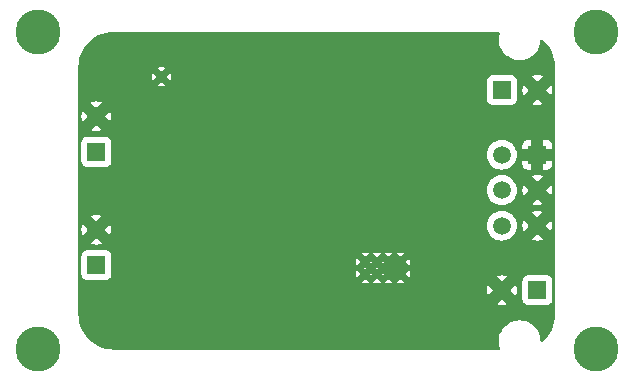
<source format=gbr>
%TF.GenerationSoftware,KiCad,Pcbnew,(7.0.0)*%
%TF.CreationDate,2023-03-07T20:41:21-05:00*%
%TF.ProjectId,Power Distribution Board,506f7765-7220-4446-9973-747269627574,rev?*%
%TF.SameCoordinates,Original*%
%TF.FileFunction,Copper,L2,Bot*%
%TF.FilePolarity,Positive*%
%FSLAX46Y46*%
G04 Gerber Fmt 4.6, Leading zero omitted, Abs format (unit mm)*
G04 Created by KiCad (PCBNEW (7.0.0)) date 2023-03-07 20:41:21*
%MOMM*%
%LPD*%
G01*
G04 APERTURE LIST*
%TA.AperFunction,ComponentPad*%
%ADD10C,2.600000*%
%TD*%
%TA.AperFunction,ConnectorPad*%
%ADD11C,3.800000*%
%TD*%
%TA.AperFunction,ComponentPad*%
%ADD12R,1.520000X1.520000*%
%TD*%
%TA.AperFunction,ComponentPad*%
%ADD13C,1.520000*%
%TD*%
%TA.AperFunction,ComponentPad*%
%ADD14C,0.600000*%
%TD*%
%TA.AperFunction,ViaPad*%
%ADD15C,0.600000*%
%TD*%
%TA.AperFunction,ViaPad*%
%ADD16C,2.100000*%
%TD*%
%TA.AperFunction,ViaPad*%
%ADD17C,1.200000*%
%TD*%
G04 APERTURE END LIST*
D10*
%TO.P,REF\u002A\u002A,1*%
%TO.N,N/C*%
X171094400Y-87274400D03*
D11*
X171094400Y-87274400D03*
%TD*%
D10*
%TO.P,REF\u002A\u002A,1*%
%TO.N,N/C*%
X171094400Y-60452000D03*
D11*
X171094400Y-60452000D03*
%TD*%
D10*
%TO.P,REF\u002A\u002A,1*%
%TO.N,N/C*%
X123850400Y-60452000D03*
D11*
X123850400Y-60452000D03*
%TD*%
D12*
%TO.P,J3,1,Pin_1*%
%TO.N,+3V3*%
X128777999Y-70611999D03*
D13*
%TO.P,J3,2,Pin_2*%
%TO.N,GND*%
X128778000Y-67612000D03*
%TD*%
D11*
%TO.P,REF\u002A\u002A,1*%
%TO.N,N/C*%
X123799600Y-87274400D03*
D10*
X123799600Y-87274400D03*
%TD*%
D14*
%TO.P,U2,2,GND*%
%TO.N,GND*%
X134300000Y-64245000D03*
%TD*%
%TO.P,U1,6,GND*%
%TO.N,GND*%
X154535000Y-79953000D03*
X153535000Y-79953000D03*
X152535000Y-79953000D03*
X151535000Y-79953000D03*
X154535000Y-80953000D03*
X153535000Y-80953000D03*
X152535000Y-80953000D03*
X151535000Y-80953000D03*
%TD*%
D13*
%TO.P,J5,2,Pin_2*%
%TO.N,GND*%
X163120000Y-82340000D03*
D12*
%TO.P,J5,1,Pin_1*%
%TO.N,/MOTOR_PS2*%
X166119999Y-82339999D03*
%TD*%
%TO.P,J4,1,Pin_1*%
%TO.N,/MOTOR_PS1*%
X163109999Y-65399999D03*
D13*
%TO.P,J4,2,Pin_2*%
%TO.N,GND*%
X166110000Y-65400000D03*
%TD*%
%TO.P,J2,2,Pin_2*%
%TO.N,GND*%
X128778000Y-77216000D03*
D12*
%TO.P,J2,1,Pin_1*%
%TO.N,+5V*%
X128777999Y-80215999D03*
%TD*%
%TO.P,J1,1,1*%
%TO.N,GND*%
X166115999Y-70865999D03*
D13*
%TO.P,J1,2,2*%
X166116000Y-73865999D03*
%TO.P,J1,3,3*%
X166116000Y-76865998D03*
%TO.P,J1,4,4*%
%TO.N,/MOTOR_PS1*%
X163116001Y-70866000D03*
%TO.P,J1,5,5*%
%TO.N,+15V*%
X163116001Y-73865999D03*
%TO.P,J1,6,6*%
%TO.N,/MOTOR_PS2*%
X163116001Y-76865998D03*
%TD*%
D15*
%TO.N,GND*%
X130048000Y-62984000D03*
X131572000Y-67564000D03*
D16*
X148082000Y-63246000D03*
D15*
X152400000Y-86868000D03*
D17*
X158750000Y-81788000D03*
%TD*%
%TA.AperFunction,Conductor*%
%TO.N,GND*%
G36*
X162865864Y-60465305D02*
G01*
X162909753Y-60502366D01*
X162932231Y-60555230D01*
X162928474Y-60612548D01*
X162898604Y-60709385D01*
X162897914Y-60713961D01*
X162897912Y-60713971D01*
X162860190Y-60964234D01*
X162860189Y-60964246D01*
X162859500Y-60968818D01*
X162859500Y-61231182D01*
X162860189Y-61235754D01*
X162860190Y-61235765D01*
X162897912Y-61486028D01*
X162897913Y-61486035D01*
X162898604Y-61490615D01*
X162899969Y-61495043D01*
X162899971Y-61495048D01*
X162974569Y-61736891D01*
X162974573Y-61736901D01*
X162975937Y-61741323D01*
X162977946Y-61745496D01*
X162977949Y-61745502D01*
X163087756Y-61973518D01*
X163089772Y-61977704D01*
X163237567Y-62194479D01*
X163416019Y-62386805D01*
X163621143Y-62550386D01*
X163848357Y-62681568D01*
X164092584Y-62777420D01*
X164348370Y-62835802D01*
X164544506Y-62850500D01*
X164673177Y-62850500D01*
X164675494Y-62850500D01*
X164871630Y-62835802D01*
X165127416Y-62777420D01*
X165371643Y-62681568D01*
X165598857Y-62550386D01*
X165803981Y-62386805D01*
X165982433Y-62194479D01*
X166130228Y-61977704D01*
X166244063Y-61741323D01*
X166321396Y-61490615D01*
X166360500Y-61231182D01*
X166362404Y-61231469D01*
X166383067Y-61175311D01*
X166436799Y-61133453D01*
X166504534Y-61126290D01*
X166565833Y-61155982D01*
X166756127Y-61326039D01*
X166765958Y-61335870D01*
X166900147Y-61486028D01*
X166980859Y-61576344D01*
X166989528Y-61587216D01*
X167176139Y-61850219D01*
X167183538Y-61861993D01*
X167339539Y-62144255D01*
X167345572Y-62156784D01*
X167468983Y-62454727D01*
X167473576Y-62467851D01*
X167562856Y-62777747D01*
X167565950Y-62791304D01*
X167619970Y-63109240D01*
X167621527Y-63123058D01*
X167639805Y-63448528D01*
X167640000Y-63455481D01*
X167640000Y-84372519D01*
X167639805Y-84379472D01*
X167621527Y-84704941D01*
X167619970Y-84718759D01*
X167565950Y-85036695D01*
X167562856Y-85050252D01*
X167473576Y-85360148D01*
X167468983Y-85373272D01*
X167345572Y-85671215D01*
X167339539Y-85683744D01*
X167183538Y-85966006D01*
X167176139Y-85977780D01*
X166989528Y-86240783D01*
X166980859Y-86251655D01*
X166765960Y-86492127D01*
X166756127Y-86501959D01*
X166577127Y-86661924D01*
X166527489Y-86688996D01*
X166470992Y-86691216D01*
X166419382Y-86668123D01*
X166383391Y-86624517D01*
X166370500Y-86569465D01*
X166370500Y-86513453D01*
X166370500Y-86508818D01*
X166331396Y-86249385D01*
X166254063Y-85998677D01*
X166140228Y-85762296D01*
X165992433Y-85545521D01*
X165813981Y-85353195D01*
X165608857Y-85189614D01*
X165514216Y-85134973D01*
X165385664Y-85060753D01*
X165385658Y-85060750D01*
X165381643Y-85058432D01*
X165377324Y-85056737D01*
X165377318Y-85056734D01*
X165141738Y-84964276D01*
X165141734Y-84964275D01*
X165137416Y-84962580D01*
X165132893Y-84961547D01*
X165132891Y-84961547D01*
X164886149Y-84905229D01*
X164886143Y-84905228D01*
X164881630Y-84904198D01*
X164877008Y-84903851D01*
X164877004Y-84903851D01*
X164687808Y-84889673D01*
X164687797Y-84889672D01*
X164685494Y-84889500D01*
X164554506Y-84889500D01*
X164552203Y-84889672D01*
X164552191Y-84889673D01*
X164362995Y-84903851D01*
X164362989Y-84903851D01*
X164358370Y-84904198D01*
X164353858Y-84905227D01*
X164353850Y-84905229D01*
X164107108Y-84961547D01*
X164107102Y-84961548D01*
X164102584Y-84962580D01*
X164098268Y-84964273D01*
X164098261Y-84964276D01*
X163862681Y-85056734D01*
X163862670Y-85056739D01*
X163858357Y-85058432D01*
X163854346Y-85060747D01*
X163854335Y-85060753D01*
X163635161Y-85187294D01*
X163631143Y-85189614D01*
X163627519Y-85192503D01*
X163627516Y-85192506D01*
X163429646Y-85350302D01*
X163429641Y-85350306D01*
X163426019Y-85353195D01*
X163422865Y-85356593D01*
X163422863Y-85356596D01*
X163250719Y-85542123D01*
X163250713Y-85542129D01*
X163247567Y-85545521D01*
X163244957Y-85549348D01*
X163244957Y-85549349D01*
X163153333Y-85683737D01*
X163099772Y-85762296D01*
X163097759Y-85766474D01*
X163097756Y-85766481D01*
X162987949Y-85994497D01*
X162987944Y-85994508D01*
X162985937Y-85998677D01*
X162984574Y-86003093D01*
X162984569Y-86003108D01*
X162909971Y-86244951D01*
X162909968Y-86244959D01*
X162908604Y-86249385D01*
X162907914Y-86253961D01*
X162907912Y-86253971D01*
X162870190Y-86504234D01*
X162870189Y-86504246D01*
X162869500Y-86508818D01*
X162869500Y-86771182D01*
X162870189Y-86775754D01*
X162870190Y-86775765D01*
X162907912Y-87026028D01*
X162907913Y-87026035D01*
X162908604Y-87030615D01*
X162909969Y-87035043D01*
X162909971Y-87035048D01*
X162965618Y-87215450D01*
X162969375Y-87272771D01*
X162946897Y-87325634D01*
X162903008Y-87362695D01*
X162847127Y-87376000D01*
X130257481Y-87376000D01*
X130250528Y-87375805D01*
X129925058Y-87357527D01*
X129911240Y-87355970D01*
X129593304Y-87301950D01*
X129579747Y-87298856D01*
X129269851Y-87209576D01*
X129256727Y-87204983D01*
X128958784Y-87081572D01*
X128946255Y-87075539D01*
X128663993Y-86919538D01*
X128652219Y-86912139D01*
X128389216Y-86725528D01*
X128378344Y-86716859D01*
X128349649Y-86691216D01*
X128137870Y-86501958D01*
X128128039Y-86492127D01*
X127913140Y-86251655D01*
X127904475Y-86240789D01*
X127717859Y-85977779D01*
X127710461Y-85966006D01*
X127554456Y-85683737D01*
X127548427Y-85671215D01*
X127425016Y-85373272D01*
X127420423Y-85360148D01*
X127334168Y-85060753D01*
X127331142Y-85050250D01*
X127328049Y-85036695D01*
X127274027Y-84718748D01*
X127272473Y-84704949D01*
X127254195Y-84379471D01*
X127254000Y-84372519D01*
X127254000Y-83512183D01*
X162658756Y-83512183D01*
X162667651Y-83519322D01*
X162682501Y-83526247D01*
X162692635Y-83529935D01*
X162895135Y-83584196D01*
X162905766Y-83586070D01*
X163114605Y-83604341D01*
X163125395Y-83604341D01*
X163334233Y-83586070D01*
X163344864Y-83584196D01*
X163547362Y-83529936D01*
X163557503Y-83526244D01*
X163572346Y-83519322D01*
X163581242Y-83512183D01*
X163575325Y-83502432D01*
X163217471Y-83144578D01*
X164859500Y-83144578D01*
X164859501Y-83147872D01*
X164859853Y-83151150D01*
X164859854Y-83151161D01*
X164865079Y-83199768D01*
X164865080Y-83199773D01*
X164865909Y-83207483D01*
X164868619Y-83214749D01*
X164868620Y-83214753D01*
X164902217Y-83304831D01*
X164916204Y-83342331D01*
X165002454Y-83457546D01*
X165117669Y-83543796D01*
X165252517Y-83594091D01*
X165312127Y-83600500D01*
X166927872Y-83600499D01*
X166987483Y-83594091D01*
X167122331Y-83543796D01*
X167237546Y-83457546D01*
X167323796Y-83342331D01*
X167374091Y-83207483D01*
X167380500Y-83147873D01*
X167380499Y-81532128D01*
X167374091Y-81472517D01*
X167323796Y-81337669D01*
X167237546Y-81222454D01*
X167145773Y-81153753D01*
X167129431Y-81141519D01*
X167129430Y-81141518D01*
X167122331Y-81136204D01*
X167008986Y-81093929D01*
X166994752Y-81088620D01*
X166994750Y-81088619D01*
X166987483Y-81085909D01*
X166979770Y-81085079D01*
X166979767Y-81085079D01*
X166931180Y-81079855D01*
X166931169Y-81079854D01*
X166927873Y-81079500D01*
X166924550Y-81079500D01*
X165315439Y-81079500D01*
X165315420Y-81079500D01*
X165312128Y-81079501D01*
X165308850Y-81079853D01*
X165308838Y-81079854D01*
X165260231Y-81085079D01*
X165260225Y-81085080D01*
X165252517Y-81085909D01*
X165245252Y-81088618D01*
X165245246Y-81088620D01*
X165125980Y-81133104D01*
X165125978Y-81133104D01*
X165117669Y-81136204D01*
X165110572Y-81141516D01*
X165110568Y-81141519D01*
X165009550Y-81217141D01*
X165009546Y-81217144D01*
X165002454Y-81222454D01*
X164997144Y-81229546D01*
X164997141Y-81229550D01*
X164921519Y-81330568D01*
X164921516Y-81330572D01*
X164916204Y-81337669D01*
X164913104Y-81345978D01*
X164913104Y-81345980D01*
X164868620Y-81465247D01*
X164868619Y-81465250D01*
X164865909Y-81472517D01*
X164865079Y-81480227D01*
X164865079Y-81480232D01*
X164859855Y-81528819D01*
X164859854Y-81528831D01*
X164859500Y-81532127D01*
X164859500Y-81535448D01*
X164859500Y-81535449D01*
X164859500Y-83144560D01*
X164859500Y-83144578D01*
X163217471Y-83144578D01*
X163131542Y-83058649D01*
X163120000Y-83051985D01*
X163108456Y-83058650D01*
X162664673Y-83502432D01*
X162658756Y-83512183D01*
X127254000Y-83512183D01*
X127254000Y-82345395D01*
X161855659Y-82345395D01*
X161873929Y-82554233D01*
X161875803Y-82564864D01*
X161930066Y-82767371D01*
X161933748Y-82777489D01*
X161940677Y-82792348D01*
X161947815Y-82801242D01*
X161957567Y-82795324D01*
X162401350Y-82351542D01*
X162408014Y-82340000D01*
X163831985Y-82340000D01*
X163838649Y-82351542D01*
X164282432Y-82795325D01*
X164292183Y-82801242D01*
X164299322Y-82792346D01*
X164306244Y-82777503D01*
X164309936Y-82767362D01*
X164364196Y-82564864D01*
X164366070Y-82554233D01*
X164384341Y-82345395D01*
X164384341Y-82334605D01*
X164366070Y-82125766D01*
X164364196Y-82115135D01*
X164309935Y-81912635D01*
X164306247Y-81902501D01*
X164299322Y-81887651D01*
X164292183Y-81878756D01*
X164282432Y-81884673D01*
X163838650Y-82328456D01*
X163831985Y-82340000D01*
X162408014Y-82340000D01*
X162401350Y-82328457D01*
X161957567Y-81884674D01*
X161947815Y-81878757D01*
X161940675Y-81887654D01*
X161933753Y-81902499D01*
X161930064Y-81912635D01*
X161875803Y-82115135D01*
X161873929Y-82125766D01*
X161855659Y-82334605D01*
X161855659Y-82345395D01*
X127254000Y-82345395D01*
X127254000Y-81689634D01*
X151226698Y-81689634D01*
X151236277Y-81696034D01*
X151349282Y-81735576D01*
X151362780Y-81738657D01*
X151528077Y-81757282D01*
X151541923Y-81757282D01*
X151707219Y-81738657D01*
X151720717Y-81735576D01*
X151833721Y-81696035D01*
X151843300Y-81689634D01*
X152226698Y-81689634D01*
X152236277Y-81696034D01*
X152349282Y-81735576D01*
X152362780Y-81738657D01*
X152528077Y-81757282D01*
X152541923Y-81757282D01*
X152707219Y-81738657D01*
X152720717Y-81735576D01*
X152833721Y-81696035D01*
X152843300Y-81689634D01*
X153226698Y-81689634D01*
X153236277Y-81696034D01*
X153349282Y-81735576D01*
X153362780Y-81738657D01*
X153528077Y-81757282D01*
X153541923Y-81757282D01*
X153707219Y-81738657D01*
X153720717Y-81735576D01*
X153833721Y-81696035D01*
X153843300Y-81689634D01*
X154226698Y-81689634D01*
X154236277Y-81696034D01*
X154349282Y-81735576D01*
X154362780Y-81738657D01*
X154528077Y-81757282D01*
X154541923Y-81757282D01*
X154707219Y-81738657D01*
X154720717Y-81735576D01*
X154833721Y-81696035D01*
X154843300Y-81689634D01*
X154837446Y-81679710D01*
X154546542Y-81388806D01*
X154535000Y-81382142D01*
X154523456Y-81388807D01*
X154232552Y-81679710D01*
X154226698Y-81689634D01*
X153843300Y-81689634D01*
X153837446Y-81679710D01*
X153546542Y-81388806D01*
X153535000Y-81382142D01*
X153523456Y-81388807D01*
X153232552Y-81679710D01*
X153226698Y-81689634D01*
X152843300Y-81689634D01*
X152837446Y-81679710D01*
X152546542Y-81388806D01*
X152535000Y-81382142D01*
X152523456Y-81388807D01*
X152232552Y-81679710D01*
X152226698Y-81689634D01*
X151843300Y-81689634D01*
X151837446Y-81679710D01*
X151546542Y-81388806D01*
X151535000Y-81382142D01*
X151523456Y-81388807D01*
X151232552Y-81679710D01*
X151226698Y-81689634D01*
X127254000Y-81689634D01*
X127254000Y-81020578D01*
X127517500Y-81020578D01*
X127517501Y-81023872D01*
X127517853Y-81027150D01*
X127517854Y-81027161D01*
X127523079Y-81075768D01*
X127523080Y-81075773D01*
X127523909Y-81083483D01*
X127526619Y-81090749D01*
X127526620Y-81090753D01*
X127544508Y-81138712D01*
X127574204Y-81218331D01*
X127579518Y-81225430D01*
X127579519Y-81225431D01*
X127599200Y-81251722D01*
X127660454Y-81333546D01*
X127775669Y-81419796D01*
X127910517Y-81470091D01*
X127970127Y-81476500D01*
X129585872Y-81476499D01*
X129645483Y-81470091D01*
X129780331Y-81419796D01*
X129895546Y-81333546D01*
X129981796Y-81218331D01*
X130032091Y-81083483D01*
X130038500Y-81023873D01*
X130038500Y-80959923D01*
X150730718Y-80959923D01*
X150749343Y-81125225D01*
X150752421Y-81138712D01*
X150791964Y-81251722D01*
X150798363Y-81261300D01*
X150808290Y-81255444D01*
X151099193Y-80964542D01*
X151105857Y-80953000D01*
X151964142Y-80953000D01*
X151970806Y-80964542D01*
X152023457Y-81017193D01*
X152035000Y-81023857D01*
X152046542Y-81017193D01*
X152099193Y-80964542D01*
X152105857Y-80953000D01*
X152964142Y-80953000D01*
X152970806Y-80964542D01*
X153023457Y-81017193D01*
X153035000Y-81023857D01*
X153046542Y-81017193D01*
X153099193Y-80964542D01*
X153105857Y-80953000D01*
X153964142Y-80953000D01*
X153970806Y-80964542D01*
X154023457Y-81017193D01*
X154035000Y-81023857D01*
X154046542Y-81017193D01*
X154099193Y-80964542D01*
X154105857Y-80953000D01*
X154964142Y-80953000D01*
X154970806Y-80964542D01*
X155261710Y-81255446D01*
X155271634Y-81261300D01*
X155278035Y-81251721D01*
X155307394Y-81167815D01*
X162658757Y-81167815D01*
X162664674Y-81177567D01*
X163108457Y-81621350D01*
X163120000Y-81628014D01*
X163131542Y-81621350D01*
X163575324Y-81177567D01*
X163581242Y-81167815D01*
X163572348Y-81160677D01*
X163557489Y-81153748D01*
X163547371Y-81150066D01*
X163344864Y-81095803D01*
X163334233Y-81093929D01*
X163125395Y-81075659D01*
X163114605Y-81075659D01*
X162905766Y-81093929D01*
X162895135Y-81095803D01*
X162692635Y-81150064D01*
X162682499Y-81153753D01*
X162667654Y-81160675D01*
X162658757Y-81167815D01*
X155307394Y-81167815D01*
X155317576Y-81138717D01*
X155320657Y-81125219D01*
X155339282Y-80959923D01*
X155339282Y-80946077D01*
X155320657Y-80780780D01*
X155317576Y-80767282D01*
X155278034Y-80654277D01*
X155271634Y-80644698D01*
X155261710Y-80650552D01*
X154970807Y-80941456D01*
X154964142Y-80953000D01*
X154105857Y-80953000D01*
X154099193Y-80941457D01*
X154046542Y-80888806D01*
X154035000Y-80882142D01*
X154023457Y-80888806D01*
X153970806Y-80941457D01*
X153964142Y-80953000D01*
X153105857Y-80953000D01*
X153099193Y-80941457D01*
X153046542Y-80888806D01*
X153035000Y-80882142D01*
X153023457Y-80888806D01*
X152970806Y-80941457D01*
X152964142Y-80953000D01*
X152105857Y-80953000D01*
X152099193Y-80941457D01*
X152046542Y-80888806D01*
X152035000Y-80882142D01*
X152023457Y-80888806D01*
X151970806Y-80941457D01*
X151964142Y-80953000D01*
X151105857Y-80953000D01*
X151099192Y-80941456D01*
X150808289Y-80650553D01*
X150798363Y-80644698D01*
X150791964Y-80654276D01*
X150752421Y-80767287D01*
X150749343Y-80780774D01*
X150730718Y-80946077D01*
X150730718Y-80959923D01*
X130038500Y-80959923D01*
X130038499Y-80452999D01*
X151464142Y-80452999D01*
X151470806Y-80464542D01*
X151523457Y-80517193D01*
X151535000Y-80523857D01*
X151546542Y-80517193D01*
X151599193Y-80464542D01*
X151605857Y-80452999D01*
X152464142Y-80452999D01*
X152470806Y-80464542D01*
X152523457Y-80517193D01*
X152535000Y-80523857D01*
X152546542Y-80517193D01*
X152599193Y-80464542D01*
X152605857Y-80452999D01*
X153464142Y-80452999D01*
X153470806Y-80464542D01*
X153523457Y-80517193D01*
X153535000Y-80523857D01*
X153546542Y-80517193D01*
X153599193Y-80464542D01*
X153605857Y-80452999D01*
X154464142Y-80452999D01*
X154470806Y-80464542D01*
X154523457Y-80517193D01*
X154535000Y-80523857D01*
X154546542Y-80517193D01*
X154599193Y-80464542D01*
X154605857Y-80452999D01*
X154599193Y-80441457D01*
X154546542Y-80388806D01*
X154534999Y-80382142D01*
X154523457Y-80388806D01*
X154470806Y-80441457D01*
X154464142Y-80452999D01*
X153605857Y-80452999D01*
X153599193Y-80441457D01*
X153546542Y-80388806D01*
X153534999Y-80382142D01*
X153523457Y-80388806D01*
X153470806Y-80441457D01*
X153464142Y-80452999D01*
X152605857Y-80452999D01*
X152599193Y-80441457D01*
X152546542Y-80388806D01*
X152534999Y-80382142D01*
X152523457Y-80388806D01*
X152470806Y-80441457D01*
X152464142Y-80452999D01*
X151605857Y-80452999D01*
X151599193Y-80441457D01*
X151546542Y-80388806D01*
X151534999Y-80382142D01*
X151523457Y-80388806D01*
X151470806Y-80441457D01*
X151464142Y-80452999D01*
X130038499Y-80452999D01*
X130038499Y-79959923D01*
X150730718Y-79959923D01*
X150749343Y-80125225D01*
X150752421Y-80138712D01*
X150791964Y-80251722D01*
X150798363Y-80261300D01*
X150808290Y-80255444D01*
X151099193Y-79964542D01*
X151105857Y-79953000D01*
X151105856Y-79952999D01*
X151964142Y-79952999D01*
X151970806Y-79964542D01*
X152023457Y-80017193D01*
X152035000Y-80023857D01*
X152046542Y-80017193D01*
X152099193Y-79964542D01*
X152105857Y-79953000D01*
X152105856Y-79952999D01*
X152964142Y-79952999D01*
X152970806Y-79964542D01*
X153023457Y-80017193D01*
X153035000Y-80023857D01*
X153046542Y-80017193D01*
X153099193Y-79964542D01*
X153105857Y-79953000D01*
X153105856Y-79952999D01*
X153964142Y-79952999D01*
X153970806Y-79964542D01*
X154023457Y-80017193D01*
X154035000Y-80023857D01*
X154046542Y-80017193D01*
X154099193Y-79964542D01*
X154105857Y-79953000D01*
X154964142Y-79953000D01*
X154970806Y-79964542D01*
X155261710Y-80255446D01*
X155271634Y-80261300D01*
X155278035Y-80251721D01*
X155317576Y-80138717D01*
X155320657Y-80125219D01*
X155339282Y-79959923D01*
X155339282Y-79946077D01*
X155320657Y-79780780D01*
X155317576Y-79767282D01*
X155278034Y-79654277D01*
X155271634Y-79644698D01*
X155261710Y-79650552D01*
X154970807Y-79941456D01*
X154964142Y-79953000D01*
X154105857Y-79953000D01*
X154099193Y-79941457D01*
X154046542Y-79888806D01*
X154034999Y-79882142D01*
X154023457Y-79888806D01*
X153970806Y-79941457D01*
X153964142Y-79952999D01*
X153105856Y-79952999D01*
X153099193Y-79941457D01*
X153046542Y-79888806D01*
X153034999Y-79882142D01*
X153023457Y-79888806D01*
X152970806Y-79941457D01*
X152964142Y-79952999D01*
X152105856Y-79952999D01*
X152099193Y-79941457D01*
X152046542Y-79888806D01*
X152034999Y-79882142D01*
X152023457Y-79888806D01*
X151970806Y-79941457D01*
X151964142Y-79952999D01*
X151105856Y-79952999D01*
X151099192Y-79941456D01*
X150808289Y-79650553D01*
X150798363Y-79644698D01*
X150791964Y-79654276D01*
X150752421Y-79767287D01*
X150749343Y-79780774D01*
X150730718Y-79946077D01*
X150730718Y-79959923D01*
X130038499Y-79959923D01*
X130038499Y-79408128D01*
X130032091Y-79348517D01*
X129982801Y-79216363D01*
X151226698Y-79216363D01*
X151232553Y-79226289D01*
X151523456Y-79517192D01*
X151535000Y-79523857D01*
X151546542Y-79517193D01*
X151837444Y-79226290D01*
X151843300Y-79216363D01*
X152226698Y-79216363D01*
X152232553Y-79226289D01*
X152523456Y-79517192D01*
X152535000Y-79523857D01*
X152546542Y-79517193D01*
X152837444Y-79226290D01*
X152843300Y-79216363D01*
X153226698Y-79216363D01*
X153232553Y-79226289D01*
X153523456Y-79517192D01*
X153535000Y-79523857D01*
X153546542Y-79517193D01*
X153837444Y-79226290D01*
X153843300Y-79216363D01*
X154226698Y-79216363D01*
X154232553Y-79226289D01*
X154523456Y-79517192D01*
X154535000Y-79523857D01*
X154546542Y-79517193D01*
X154837444Y-79226290D01*
X154843300Y-79216363D01*
X154833722Y-79209964D01*
X154720712Y-79170421D01*
X154707225Y-79167343D01*
X154541923Y-79148718D01*
X154528077Y-79148718D01*
X154362774Y-79167343D01*
X154349287Y-79170421D01*
X154236276Y-79209964D01*
X154226698Y-79216363D01*
X153843300Y-79216363D01*
X153833722Y-79209964D01*
X153720712Y-79170421D01*
X153707225Y-79167343D01*
X153541923Y-79148718D01*
X153528077Y-79148718D01*
X153362774Y-79167343D01*
X153349287Y-79170421D01*
X153236276Y-79209964D01*
X153226698Y-79216363D01*
X152843300Y-79216363D01*
X152833722Y-79209964D01*
X152720712Y-79170421D01*
X152707225Y-79167343D01*
X152541923Y-79148718D01*
X152528077Y-79148718D01*
X152362774Y-79167343D01*
X152349287Y-79170421D01*
X152236276Y-79209964D01*
X152226698Y-79216363D01*
X151843300Y-79216363D01*
X151833722Y-79209964D01*
X151720712Y-79170421D01*
X151707225Y-79167343D01*
X151541923Y-79148718D01*
X151528077Y-79148718D01*
X151362774Y-79167343D01*
X151349287Y-79170421D01*
X151236276Y-79209964D01*
X151226698Y-79216363D01*
X129982801Y-79216363D01*
X129981796Y-79213669D01*
X129895546Y-79098454D01*
X129780331Y-79012204D01*
X129645483Y-78961909D01*
X129637770Y-78961079D01*
X129637767Y-78961079D01*
X129589180Y-78955855D01*
X129589169Y-78955854D01*
X129585873Y-78955500D01*
X129582550Y-78955500D01*
X127973439Y-78955500D01*
X127973420Y-78955500D01*
X127970128Y-78955501D01*
X127966850Y-78955853D01*
X127966838Y-78955854D01*
X127918231Y-78961079D01*
X127918225Y-78961080D01*
X127910517Y-78961909D01*
X127903252Y-78964618D01*
X127903246Y-78964620D01*
X127783980Y-79009104D01*
X127783978Y-79009104D01*
X127775669Y-79012204D01*
X127768572Y-79017516D01*
X127768568Y-79017519D01*
X127667550Y-79093141D01*
X127667546Y-79093144D01*
X127660454Y-79098454D01*
X127655144Y-79105546D01*
X127655141Y-79105550D01*
X127579519Y-79206568D01*
X127579516Y-79206572D01*
X127574204Y-79213669D01*
X127571104Y-79221978D01*
X127571104Y-79221980D01*
X127526620Y-79341247D01*
X127526619Y-79341250D01*
X127523909Y-79348517D01*
X127523079Y-79356227D01*
X127523079Y-79356232D01*
X127517855Y-79404819D01*
X127517854Y-79404831D01*
X127517500Y-79408127D01*
X127517500Y-79411448D01*
X127517500Y-79411449D01*
X127517500Y-81020560D01*
X127517500Y-81020578D01*
X127254000Y-81020578D01*
X127254000Y-78388183D01*
X128316756Y-78388183D01*
X128325651Y-78395322D01*
X128340501Y-78402247D01*
X128350635Y-78405935D01*
X128553135Y-78460196D01*
X128563766Y-78462070D01*
X128772605Y-78480341D01*
X128783395Y-78480341D01*
X128992233Y-78462070D01*
X129002864Y-78460196D01*
X129205362Y-78405936D01*
X129215503Y-78402244D01*
X129230346Y-78395322D01*
X129239242Y-78388183D01*
X129233325Y-78378432D01*
X128789542Y-77934649D01*
X128778000Y-77927985D01*
X128766456Y-77934650D01*
X128322673Y-78378432D01*
X128316756Y-78388183D01*
X127254000Y-78388183D01*
X127254000Y-77221395D01*
X127513659Y-77221395D01*
X127531929Y-77430233D01*
X127533803Y-77440864D01*
X127588066Y-77643371D01*
X127591748Y-77653489D01*
X127598677Y-77668348D01*
X127605815Y-77677242D01*
X127615567Y-77671324D01*
X128059350Y-77227542D01*
X128066014Y-77216000D01*
X129489985Y-77216000D01*
X129496649Y-77227542D01*
X129940432Y-77671325D01*
X129950183Y-77677242D01*
X129957322Y-77668346D01*
X129964244Y-77653503D01*
X129967936Y-77643362D01*
X130022196Y-77440864D01*
X130024070Y-77430233D01*
X130042341Y-77221395D01*
X130042341Y-77210605D01*
X130024070Y-77001766D01*
X130022196Y-76991135D01*
X129988665Y-76865998D01*
X161850686Y-76865998D01*
X161851158Y-76871393D01*
X161869436Y-77080319D01*
X161869437Y-77080326D01*
X161869909Y-77085718D01*
X161871308Y-77090939D01*
X161871310Y-77090950D01*
X161925594Y-77293539D01*
X161925596Y-77293546D01*
X161926994Y-77298761D01*
X162020206Y-77498656D01*
X162023306Y-77503084D01*
X162023310Y-77503090D01*
X162075751Y-77577983D01*
X162146713Y-77679327D01*
X162302672Y-77835286D01*
X162393007Y-77898539D01*
X162478908Y-77958688D01*
X162478911Y-77958689D01*
X162483343Y-77961793D01*
X162683238Y-78055005D01*
X162688458Y-78056403D01*
X162688459Y-78056404D01*
X162891048Y-78110688D01*
X162891050Y-78110688D01*
X162896281Y-78112090D01*
X163116001Y-78131313D01*
X163335721Y-78112090D01*
X163548764Y-78055005D01*
X163584843Y-78038181D01*
X165654756Y-78038181D01*
X165663651Y-78045320D01*
X165678501Y-78052245D01*
X165688635Y-78055933D01*
X165891135Y-78110194D01*
X165901766Y-78112068D01*
X166110605Y-78130339D01*
X166121395Y-78130339D01*
X166330233Y-78112068D01*
X166340864Y-78110194D01*
X166543362Y-78055934D01*
X166553503Y-78052242D01*
X166568346Y-78045320D01*
X166577242Y-78038181D01*
X166571325Y-78028430D01*
X166127542Y-77584647D01*
X166116000Y-77577983D01*
X166104456Y-77584648D01*
X165660673Y-78028430D01*
X165654756Y-78038181D01*
X163584843Y-78038181D01*
X163748659Y-77961793D01*
X163929330Y-77835286D01*
X164085289Y-77679327D01*
X164211796Y-77498656D01*
X164305008Y-77298761D01*
X164362093Y-77085718D01*
X164380844Y-76871393D01*
X164851659Y-76871393D01*
X164869929Y-77080231D01*
X164871803Y-77090862D01*
X164926066Y-77293369D01*
X164929748Y-77303487D01*
X164936677Y-77318346D01*
X164943815Y-77327240D01*
X164953567Y-77321322D01*
X165397350Y-76877540D01*
X165404014Y-76865998D01*
X166827985Y-76865998D01*
X166834649Y-76877540D01*
X167278432Y-77321323D01*
X167288183Y-77327240D01*
X167295322Y-77318344D01*
X167302244Y-77303501D01*
X167305936Y-77293360D01*
X167360196Y-77090862D01*
X167362070Y-77080231D01*
X167380341Y-76871393D01*
X167380341Y-76860603D01*
X167362070Y-76651764D01*
X167360196Y-76641133D01*
X167305935Y-76438633D01*
X167302247Y-76428499D01*
X167295322Y-76413649D01*
X167288183Y-76404754D01*
X167278432Y-76410671D01*
X166834650Y-76854454D01*
X166827985Y-76865998D01*
X165404014Y-76865998D01*
X165397350Y-76854455D01*
X164953567Y-76410672D01*
X164943815Y-76404755D01*
X164936675Y-76413652D01*
X164929753Y-76428497D01*
X164926064Y-76438633D01*
X164871803Y-76641133D01*
X164869929Y-76651764D01*
X164851659Y-76860603D01*
X164851659Y-76871393D01*
X164380844Y-76871393D01*
X164381316Y-76865998D01*
X164362093Y-76646278D01*
X164305008Y-76433235D01*
X164211796Y-76233341D01*
X164085289Y-76052669D01*
X163929330Y-75896710D01*
X163900955Y-75876841D01*
X163753093Y-75773307D01*
X163753087Y-75773303D01*
X163748659Y-75770203D01*
X163743754Y-75767915D01*
X163743751Y-75767914D01*
X163584839Y-75693813D01*
X165654757Y-75693813D01*
X165660674Y-75703565D01*
X166104457Y-76147348D01*
X166116000Y-76154012D01*
X166127542Y-76147348D01*
X166571324Y-75703565D01*
X166577242Y-75693813D01*
X166568348Y-75686675D01*
X166553489Y-75679746D01*
X166543371Y-75676064D01*
X166340864Y-75621801D01*
X166330233Y-75619927D01*
X166121395Y-75601657D01*
X166110605Y-75601657D01*
X165901766Y-75619927D01*
X165891135Y-75621801D01*
X165688635Y-75676062D01*
X165678499Y-75679751D01*
X165663654Y-75686673D01*
X165654757Y-75693813D01*
X163584839Y-75693813D01*
X163548764Y-75676991D01*
X163543549Y-75675593D01*
X163543542Y-75675591D01*
X163340953Y-75621307D01*
X163340942Y-75621305D01*
X163335721Y-75619906D01*
X163330329Y-75619434D01*
X163330322Y-75619433D01*
X163121396Y-75601155D01*
X163116001Y-75600683D01*
X163110606Y-75601155D01*
X162901679Y-75619433D01*
X162901670Y-75619434D01*
X162896281Y-75619906D01*
X162891060Y-75621304D01*
X162891048Y-75621307D01*
X162688465Y-75675590D01*
X162688460Y-75675591D01*
X162683238Y-75676991D01*
X162678342Y-75679273D01*
X162678331Y-75679278D01*
X162488254Y-75767913D01*
X162488250Y-75767915D01*
X162483344Y-75770203D01*
X162478911Y-75773306D01*
X162478904Y-75773311D01*
X162307107Y-75893604D01*
X162307102Y-75893607D01*
X162302672Y-75896710D01*
X162298848Y-75900533D01*
X162298842Y-75900539D01*
X162150542Y-76048839D01*
X162150536Y-76048845D01*
X162146713Y-76052669D01*
X162143610Y-76057099D01*
X162143607Y-76057104D01*
X162023314Y-76228901D01*
X162023309Y-76228908D01*
X162020206Y-76233341D01*
X162017918Y-76238247D01*
X162017916Y-76238251D01*
X161929281Y-76428328D01*
X161929276Y-76428339D01*
X161926994Y-76433235D01*
X161925594Y-76438457D01*
X161925593Y-76438462D01*
X161871310Y-76641045D01*
X161871307Y-76641057D01*
X161869909Y-76646278D01*
X161869437Y-76651667D01*
X161869436Y-76651676D01*
X161859640Y-76763651D01*
X161850686Y-76865998D01*
X129988665Y-76865998D01*
X129967935Y-76788635D01*
X129964247Y-76778501D01*
X129957322Y-76763651D01*
X129950183Y-76754756D01*
X129940432Y-76760673D01*
X129496650Y-77204456D01*
X129489985Y-77216000D01*
X128066014Y-77216000D01*
X128059350Y-77204457D01*
X127615567Y-76760674D01*
X127605815Y-76754757D01*
X127598675Y-76763654D01*
X127591753Y-76778499D01*
X127588064Y-76788635D01*
X127533803Y-76991135D01*
X127531929Y-77001766D01*
X127513659Y-77210605D01*
X127513659Y-77221395D01*
X127254000Y-77221395D01*
X127254000Y-76043815D01*
X128316757Y-76043815D01*
X128322674Y-76053567D01*
X128766457Y-76497350D01*
X128777999Y-76504014D01*
X128789542Y-76497350D01*
X129233324Y-76053567D01*
X129239242Y-76043815D01*
X129230348Y-76036677D01*
X129215489Y-76029748D01*
X129205371Y-76026066D01*
X129002864Y-75971803D01*
X128992233Y-75969929D01*
X128783395Y-75951659D01*
X128772605Y-75951659D01*
X128563766Y-75969929D01*
X128553135Y-75971803D01*
X128350635Y-76026064D01*
X128340499Y-76029753D01*
X128325654Y-76036675D01*
X128316757Y-76043815D01*
X127254000Y-76043815D01*
X127254000Y-73865999D01*
X161850686Y-73865999D01*
X161851158Y-73871394D01*
X161869436Y-74080320D01*
X161869437Y-74080327D01*
X161869909Y-74085719D01*
X161871308Y-74090940D01*
X161871310Y-74090951D01*
X161925594Y-74293540D01*
X161925596Y-74293547D01*
X161926994Y-74298762D01*
X162020206Y-74498657D01*
X162023306Y-74503085D01*
X162023310Y-74503091D01*
X162075751Y-74577984D01*
X162146713Y-74679328D01*
X162302672Y-74835287D01*
X162393007Y-74898540D01*
X162478908Y-74958689D01*
X162478911Y-74958690D01*
X162483343Y-74961794D01*
X162683238Y-75055006D01*
X162688458Y-75056404D01*
X162688459Y-75056405D01*
X162891048Y-75110689D01*
X162891050Y-75110689D01*
X162896281Y-75112091D01*
X163116001Y-75131314D01*
X163335721Y-75112091D01*
X163548764Y-75055006D01*
X163584843Y-75038182D01*
X165654756Y-75038182D01*
X165663651Y-75045321D01*
X165678501Y-75052246D01*
X165688635Y-75055934D01*
X165891135Y-75110195D01*
X165901766Y-75112069D01*
X166110605Y-75130340D01*
X166121395Y-75130340D01*
X166330233Y-75112069D01*
X166340864Y-75110195D01*
X166543362Y-75055935D01*
X166553503Y-75052243D01*
X166568346Y-75045321D01*
X166577242Y-75038182D01*
X166571325Y-75028431D01*
X166127542Y-74584648D01*
X166116000Y-74577984D01*
X166104456Y-74584649D01*
X165660673Y-75028431D01*
X165654756Y-75038182D01*
X163584843Y-75038182D01*
X163748659Y-74961794D01*
X163929330Y-74835287D01*
X164085289Y-74679328D01*
X164211796Y-74498657D01*
X164305008Y-74298762D01*
X164362093Y-74085719D01*
X164380844Y-73871394D01*
X164851659Y-73871394D01*
X164869929Y-74080232D01*
X164871803Y-74090863D01*
X164926066Y-74293370D01*
X164929748Y-74303488D01*
X164936677Y-74318347D01*
X164943815Y-74327241D01*
X164953567Y-74321323D01*
X165397350Y-73877541D01*
X165404014Y-73865999D01*
X166827985Y-73865999D01*
X166834649Y-73877541D01*
X167278432Y-74321324D01*
X167288183Y-74327241D01*
X167295322Y-74318345D01*
X167302244Y-74303502D01*
X167305936Y-74293361D01*
X167360196Y-74090863D01*
X167362070Y-74080232D01*
X167380341Y-73871394D01*
X167380341Y-73860604D01*
X167362070Y-73651765D01*
X167360196Y-73641134D01*
X167305935Y-73438634D01*
X167302247Y-73428500D01*
X167295322Y-73413650D01*
X167288183Y-73404755D01*
X167278432Y-73410672D01*
X166834650Y-73854455D01*
X166827985Y-73865999D01*
X165404014Y-73865999D01*
X165397350Y-73854456D01*
X164953567Y-73410673D01*
X164943815Y-73404756D01*
X164936675Y-73413653D01*
X164929753Y-73428498D01*
X164926064Y-73438634D01*
X164871803Y-73641134D01*
X164869929Y-73651765D01*
X164851659Y-73860604D01*
X164851659Y-73871394D01*
X164380844Y-73871394D01*
X164381316Y-73865999D01*
X164362093Y-73646279D01*
X164305008Y-73433236D01*
X164211796Y-73233342D01*
X164085289Y-73052670D01*
X163929330Y-72896711D01*
X163900955Y-72876842D01*
X163753093Y-72773308D01*
X163753087Y-72773304D01*
X163748659Y-72770204D01*
X163743754Y-72767916D01*
X163743751Y-72767915D01*
X163584839Y-72693814D01*
X165654757Y-72693814D01*
X165660674Y-72703566D01*
X166104457Y-73147349D01*
X166116000Y-73154013D01*
X166127542Y-73147349D01*
X166571324Y-72703566D01*
X166577242Y-72693814D01*
X166568348Y-72686676D01*
X166553489Y-72679747D01*
X166543371Y-72676065D01*
X166340864Y-72621802D01*
X166330233Y-72619928D01*
X166121395Y-72601658D01*
X166110605Y-72601658D01*
X165901766Y-72619928D01*
X165891135Y-72621802D01*
X165688635Y-72676063D01*
X165678499Y-72679752D01*
X165663654Y-72686674D01*
X165654757Y-72693814D01*
X163584839Y-72693814D01*
X163548764Y-72676992D01*
X163543549Y-72675594D01*
X163543542Y-72675592D01*
X163340953Y-72621308D01*
X163340942Y-72621306D01*
X163335721Y-72619907D01*
X163330329Y-72619435D01*
X163330322Y-72619434D01*
X163121396Y-72601156D01*
X163116001Y-72600684D01*
X163110606Y-72601156D01*
X162901679Y-72619434D01*
X162901670Y-72619435D01*
X162896281Y-72619907D01*
X162891060Y-72621305D01*
X162891048Y-72621308D01*
X162688465Y-72675591D01*
X162688460Y-72675592D01*
X162683238Y-72676992D01*
X162678342Y-72679274D01*
X162678331Y-72679279D01*
X162488254Y-72767914D01*
X162488250Y-72767916D01*
X162483344Y-72770204D01*
X162478911Y-72773307D01*
X162478904Y-72773312D01*
X162307107Y-72893605D01*
X162307102Y-72893608D01*
X162302672Y-72896711D01*
X162298848Y-72900534D01*
X162298842Y-72900540D01*
X162150542Y-73048840D01*
X162150536Y-73048846D01*
X162146713Y-73052670D01*
X162143610Y-73057100D01*
X162143607Y-73057105D01*
X162023314Y-73228902D01*
X162023309Y-73228909D01*
X162020206Y-73233342D01*
X162017918Y-73238248D01*
X162017916Y-73238252D01*
X161929281Y-73428329D01*
X161929276Y-73428340D01*
X161926994Y-73433236D01*
X161925594Y-73438458D01*
X161925593Y-73438463D01*
X161871310Y-73641046D01*
X161871307Y-73641058D01*
X161869909Y-73646279D01*
X161869437Y-73651668D01*
X161869436Y-73651677D01*
X161851696Y-73854455D01*
X161850686Y-73865999D01*
X127254000Y-73865999D01*
X127254000Y-71416578D01*
X127517500Y-71416578D01*
X127517501Y-71419872D01*
X127517853Y-71423150D01*
X127517854Y-71423161D01*
X127523079Y-71471768D01*
X127523080Y-71471773D01*
X127523909Y-71479483D01*
X127526619Y-71486749D01*
X127526620Y-71486753D01*
X127560217Y-71576831D01*
X127574204Y-71614331D01*
X127579518Y-71621430D01*
X127579519Y-71621431D01*
X127622861Y-71679329D01*
X127660454Y-71729546D01*
X127775669Y-71815796D01*
X127910517Y-71866091D01*
X127970127Y-71872500D01*
X129585872Y-71872499D01*
X129645483Y-71866091D01*
X129780331Y-71815796D01*
X129895546Y-71729546D01*
X129981796Y-71614331D01*
X130032091Y-71479483D01*
X130038500Y-71419873D01*
X130038500Y-70866000D01*
X161850686Y-70866000D01*
X161851158Y-70871395D01*
X161869436Y-71080321D01*
X161869437Y-71080328D01*
X161869909Y-71085720D01*
X161871308Y-71090941D01*
X161871310Y-71090952D01*
X161925594Y-71293541D01*
X161925596Y-71293548D01*
X161926994Y-71298763D01*
X161929280Y-71303665D01*
X162014654Y-71486753D01*
X162020206Y-71498658D01*
X162023306Y-71503086D01*
X162023310Y-71503092D01*
X162095381Y-71606019D01*
X162146713Y-71679329D01*
X162302672Y-71835288D01*
X162359657Y-71875189D01*
X162478908Y-71958690D01*
X162478911Y-71958691D01*
X162483343Y-71961795D01*
X162683238Y-72055007D01*
X162688458Y-72056405D01*
X162688459Y-72056406D01*
X162891048Y-72110690D01*
X162891050Y-72110690D01*
X162896281Y-72112092D01*
X163116001Y-72131315D01*
X163335721Y-72112092D01*
X163548764Y-72055007D01*
X163748659Y-71961795D01*
X163929330Y-71835288D01*
X164085289Y-71679329D01*
X164091459Y-71670518D01*
X164856000Y-71670518D01*
X164856353Y-71677114D01*
X164861573Y-71725667D01*
X164865111Y-71740641D01*
X164909547Y-71859777D01*
X164917962Y-71875189D01*
X164993498Y-71976092D01*
X165005907Y-71988501D01*
X165106810Y-72064037D01*
X165122222Y-72072452D01*
X165241358Y-72116888D01*
X165256332Y-72120426D01*
X165304885Y-72125646D01*
X165311482Y-72126000D01*
X165599674Y-72126000D01*
X165612549Y-72122549D01*
X165616000Y-72109674D01*
X166616000Y-72109674D01*
X166619450Y-72122549D01*
X166632326Y-72126000D01*
X166920518Y-72126000D01*
X166927114Y-72125646D01*
X166975667Y-72120426D01*
X166990641Y-72116888D01*
X167109777Y-72072452D01*
X167125189Y-72064037D01*
X167226092Y-71988501D01*
X167238501Y-71976092D01*
X167314037Y-71875189D01*
X167322452Y-71859777D01*
X167366888Y-71740641D01*
X167370426Y-71725667D01*
X167375646Y-71677114D01*
X167376000Y-71670518D01*
X167376000Y-71382326D01*
X167372549Y-71369450D01*
X167359674Y-71366000D01*
X166632326Y-71366000D01*
X166619450Y-71369450D01*
X166616000Y-71382326D01*
X166616000Y-72109674D01*
X165616000Y-72109674D01*
X165616000Y-71382326D01*
X165612549Y-71369450D01*
X165599674Y-71366000D01*
X164872326Y-71366000D01*
X164859450Y-71369450D01*
X164856000Y-71382326D01*
X164856000Y-71670518D01*
X164091459Y-71670518D01*
X164211796Y-71498658D01*
X164305008Y-71298763D01*
X164362093Y-71085720D01*
X164381316Y-70866000D01*
X164362093Y-70646280D01*
X164305008Y-70433237D01*
X164266042Y-70349674D01*
X164856000Y-70349674D01*
X164859450Y-70362549D01*
X164872326Y-70366000D01*
X165599674Y-70366000D01*
X165612549Y-70362549D01*
X165616000Y-70349674D01*
X166616000Y-70349674D01*
X166619450Y-70362549D01*
X166632326Y-70366000D01*
X167359674Y-70366000D01*
X167372549Y-70362549D01*
X167376000Y-70349674D01*
X167376000Y-70061482D01*
X167375646Y-70054885D01*
X167370426Y-70006332D01*
X167366888Y-69991358D01*
X167322452Y-69872222D01*
X167314037Y-69856810D01*
X167238501Y-69755907D01*
X167226092Y-69743498D01*
X167125189Y-69667962D01*
X167109777Y-69659547D01*
X166990641Y-69615111D01*
X166975667Y-69611573D01*
X166927114Y-69606353D01*
X166920518Y-69606000D01*
X166632326Y-69606000D01*
X166619450Y-69609450D01*
X166616000Y-69622326D01*
X166616000Y-70349674D01*
X165616000Y-70349674D01*
X165616000Y-69622326D01*
X165612549Y-69609450D01*
X165599674Y-69606000D01*
X165311482Y-69606000D01*
X165304885Y-69606353D01*
X165256332Y-69611573D01*
X165241358Y-69615111D01*
X165122222Y-69659547D01*
X165106810Y-69667962D01*
X165005907Y-69743498D01*
X164993498Y-69755907D01*
X164917962Y-69856810D01*
X164909547Y-69872222D01*
X164865111Y-69991358D01*
X164861573Y-70006332D01*
X164856353Y-70054885D01*
X164856000Y-70061482D01*
X164856000Y-70349674D01*
X164266042Y-70349674D01*
X164211796Y-70233343D01*
X164085289Y-70052671D01*
X163929330Y-69896712D01*
X163872344Y-69856810D01*
X163753093Y-69773309D01*
X163753087Y-69773305D01*
X163748659Y-69770205D01*
X163743754Y-69767917D01*
X163743751Y-69767916D01*
X163613760Y-69707301D01*
X163548764Y-69676993D01*
X163543549Y-69675595D01*
X163543542Y-69675593D01*
X163340953Y-69621309D01*
X163340942Y-69621307D01*
X163335721Y-69619908D01*
X163330329Y-69619436D01*
X163330322Y-69619435D01*
X163121396Y-69601157D01*
X163116001Y-69600685D01*
X163110606Y-69601157D01*
X162901679Y-69619435D01*
X162901670Y-69619436D01*
X162896281Y-69619908D01*
X162891060Y-69621306D01*
X162891048Y-69621309D01*
X162688465Y-69675592D01*
X162688460Y-69675593D01*
X162683238Y-69676993D01*
X162678342Y-69679275D01*
X162678331Y-69679280D01*
X162488254Y-69767915D01*
X162488250Y-69767917D01*
X162483344Y-69770205D01*
X162478911Y-69773308D01*
X162478904Y-69773313D01*
X162307107Y-69893606D01*
X162307102Y-69893609D01*
X162302672Y-69896712D01*
X162298848Y-69900535D01*
X162298842Y-69900541D01*
X162150542Y-70048841D01*
X162150536Y-70048847D01*
X162146713Y-70052671D01*
X162143610Y-70057101D01*
X162143607Y-70057106D01*
X162023314Y-70228903D01*
X162023309Y-70228910D01*
X162020206Y-70233343D01*
X162017918Y-70238249D01*
X162017916Y-70238253D01*
X161929281Y-70428330D01*
X161929276Y-70428341D01*
X161926994Y-70433237D01*
X161925594Y-70438459D01*
X161925593Y-70438464D01*
X161871310Y-70641047D01*
X161871307Y-70641059D01*
X161869909Y-70646280D01*
X161869437Y-70651669D01*
X161869436Y-70651678D01*
X161851158Y-70860605D01*
X161850686Y-70866000D01*
X130038500Y-70866000D01*
X130038499Y-69804128D01*
X130032091Y-69744517D01*
X129981796Y-69609669D01*
X129895546Y-69494454D01*
X129780331Y-69408204D01*
X129645483Y-69357909D01*
X129637770Y-69357079D01*
X129637767Y-69357079D01*
X129589180Y-69351855D01*
X129589169Y-69351854D01*
X129585873Y-69351500D01*
X129582550Y-69351500D01*
X127973439Y-69351500D01*
X127973420Y-69351500D01*
X127970128Y-69351501D01*
X127966850Y-69351853D01*
X127966838Y-69351854D01*
X127918231Y-69357079D01*
X127918225Y-69357080D01*
X127910517Y-69357909D01*
X127903252Y-69360618D01*
X127903246Y-69360620D01*
X127783980Y-69405104D01*
X127783978Y-69405104D01*
X127775669Y-69408204D01*
X127768572Y-69413516D01*
X127768568Y-69413519D01*
X127667550Y-69489141D01*
X127667546Y-69489144D01*
X127660454Y-69494454D01*
X127655144Y-69501546D01*
X127655141Y-69501550D01*
X127579519Y-69602568D01*
X127579516Y-69602572D01*
X127574204Y-69609669D01*
X127571104Y-69617978D01*
X127571104Y-69617980D01*
X127526620Y-69737247D01*
X127526619Y-69737250D01*
X127523909Y-69744517D01*
X127523079Y-69752227D01*
X127523079Y-69752232D01*
X127517855Y-69800819D01*
X127517854Y-69800831D01*
X127517500Y-69804127D01*
X127517500Y-69807448D01*
X127517500Y-69807449D01*
X127517500Y-71416560D01*
X127517500Y-71416578D01*
X127254000Y-71416578D01*
X127254000Y-68784183D01*
X128316756Y-68784183D01*
X128325651Y-68791322D01*
X128340501Y-68798247D01*
X128350635Y-68801935D01*
X128553135Y-68856196D01*
X128563766Y-68858070D01*
X128772605Y-68876341D01*
X128783395Y-68876341D01*
X128992233Y-68858070D01*
X129002864Y-68856196D01*
X129205362Y-68801936D01*
X129215503Y-68798244D01*
X129230346Y-68791322D01*
X129239242Y-68784183D01*
X129233325Y-68774432D01*
X128789542Y-68330649D01*
X128778000Y-68323985D01*
X128766456Y-68330650D01*
X128322673Y-68774432D01*
X128316756Y-68784183D01*
X127254000Y-68784183D01*
X127254000Y-67617395D01*
X127513659Y-67617395D01*
X127531929Y-67826233D01*
X127533803Y-67836864D01*
X127588066Y-68039371D01*
X127591748Y-68049489D01*
X127598677Y-68064348D01*
X127605815Y-68073242D01*
X127615567Y-68067324D01*
X128059350Y-67623542D01*
X128066014Y-67612000D01*
X129489985Y-67612000D01*
X129496649Y-67623542D01*
X129940432Y-68067325D01*
X129950183Y-68073242D01*
X129957322Y-68064346D01*
X129964244Y-68049503D01*
X129967936Y-68039362D01*
X130022196Y-67836864D01*
X130024070Y-67826233D01*
X130042341Y-67617395D01*
X130042341Y-67606605D01*
X130024070Y-67397766D01*
X130022196Y-67387135D01*
X129967935Y-67184635D01*
X129964247Y-67174501D01*
X129957322Y-67159651D01*
X129950183Y-67150756D01*
X129940432Y-67156673D01*
X129496650Y-67600456D01*
X129489985Y-67612000D01*
X128066014Y-67612000D01*
X128059350Y-67600457D01*
X127615567Y-67156674D01*
X127605815Y-67150757D01*
X127598675Y-67159654D01*
X127591753Y-67174499D01*
X127588064Y-67184635D01*
X127533803Y-67387135D01*
X127531929Y-67397766D01*
X127513659Y-67606605D01*
X127513659Y-67617395D01*
X127254000Y-67617395D01*
X127254000Y-66439815D01*
X128316757Y-66439815D01*
X128322674Y-66449567D01*
X128766457Y-66893350D01*
X128778000Y-66900014D01*
X128789542Y-66893350D01*
X129233324Y-66449567D01*
X129239242Y-66439815D01*
X129230348Y-66432677D01*
X129215489Y-66425748D01*
X129205371Y-66422066D01*
X129002864Y-66367803D01*
X128992233Y-66365929D01*
X128783395Y-66347659D01*
X128772605Y-66347659D01*
X128563766Y-66365929D01*
X128553135Y-66367803D01*
X128350635Y-66422064D01*
X128340499Y-66425753D01*
X128325654Y-66432675D01*
X128316757Y-66439815D01*
X127254000Y-66439815D01*
X127254000Y-66204578D01*
X161849500Y-66204578D01*
X161849501Y-66207872D01*
X161849853Y-66211150D01*
X161849854Y-66211161D01*
X161855079Y-66259768D01*
X161855080Y-66259773D01*
X161855909Y-66267483D01*
X161858619Y-66274749D01*
X161858620Y-66274753D01*
X161885813Y-66347659D01*
X161906204Y-66402331D01*
X161911518Y-66409430D01*
X161911519Y-66409431D01*
X161934264Y-66439815D01*
X161992454Y-66517546D01*
X162107669Y-66603796D01*
X162242517Y-66654091D01*
X162302127Y-66660500D01*
X163917872Y-66660499D01*
X163977483Y-66654091D01*
X164112331Y-66603796D01*
X164154560Y-66572183D01*
X165648756Y-66572183D01*
X165657651Y-66579322D01*
X165672501Y-66586247D01*
X165682635Y-66589935D01*
X165885135Y-66644196D01*
X165895766Y-66646070D01*
X166104605Y-66664341D01*
X166115395Y-66664341D01*
X166324233Y-66646070D01*
X166334864Y-66644196D01*
X166537362Y-66589936D01*
X166547503Y-66586244D01*
X166562346Y-66579322D01*
X166571242Y-66572183D01*
X166565325Y-66562432D01*
X166121542Y-66118649D01*
X166110000Y-66111985D01*
X166098456Y-66118650D01*
X165654673Y-66562432D01*
X165648756Y-66572183D01*
X164154560Y-66572183D01*
X164227546Y-66517546D01*
X164313796Y-66402331D01*
X164364091Y-66267483D01*
X164370500Y-66207873D01*
X164370500Y-65405395D01*
X164845659Y-65405395D01*
X164863929Y-65614233D01*
X164865803Y-65624864D01*
X164920066Y-65827371D01*
X164923748Y-65837489D01*
X164930677Y-65852348D01*
X164937815Y-65861242D01*
X164947567Y-65855324D01*
X165391350Y-65411542D01*
X165398014Y-65400000D01*
X166821985Y-65400000D01*
X166828649Y-65411542D01*
X167272432Y-65855325D01*
X167282183Y-65861242D01*
X167289322Y-65852346D01*
X167296244Y-65837503D01*
X167299936Y-65827362D01*
X167354196Y-65624864D01*
X167356070Y-65614233D01*
X167374341Y-65405395D01*
X167374341Y-65394605D01*
X167356070Y-65185766D01*
X167354196Y-65175135D01*
X167299935Y-64972635D01*
X167296247Y-64962501D01*
X167289322Y-64947651D01*
X167282183Y-64938756D01*
X167272432Y-64944673D01*
X166828650Y-65388456D01*
X166821985Y-65400000D01*
X165398014Y-65400000D01*
X165391350Y-65388457D01*
X164947567Y-64944674D01*
X164937815Y-64938757D01*
X164930675Y-64947654D01*
X164923753Y-64962499D01*
X164920064Y-64972635D01*
X164865803Y-65175135D01*
X164863929Y-65185766D01*
X164845659Y-65394605D01*
X164845659Y-65405395D01*
X164370500Y-65405395D01*
X164370499Y-64592128D01*
X164364091Y-64532517D01*
X164313796Y-64397669D01*
X164227546Y-64282454D01*
X164154557Y-64227815D01*
X165648757Y-64227815D01*
X165654674Y-64237567D01*
X166098457Y-64681350D01*
X166110000Y-64688014D01*
X166121542Y-64681350D01*
X166565324Y-64237567D01*
X166571242Y-64227815D01*
X166562348Y-64220677D01*
X166547489Y-64213748D01*
X166537371Y-64210066D01*
X166334864Y-64155803D01*
X166324233Y-64153929D01*
X166115395Y-64135659D01*
X166104605Y-64135659D01*
X165895766Y-64153929D01*
X165885135Y-64155803D01*
X165682635Y-64210064D01*
X165672499Y-64213753D01*
X165657654Y-64220675D01*
X165648757Y-64227815D01*
X164154557Y-64227815D01*
X164135773Y-64213753D01*
X164119431Y-64201519D01*
X164119430Y-64201518D01*
X164112331Y-64196204D01*
X163977483Y-64145909D01*
X163969770Y-64145079D01*
X163969767Y-64145079D01*
X163921180Y-64139855D01*
X163921169Y-64139854D01*
X163917873Y-64139500D01*
X163914550Y-64139500D01*
X162305439Y-64139500D01*
X162305420Y-64139500D01*
X162302128Y-64139501D01*
X162298850Y-64139853D01*
X162298838Y-64139854D01*
X162250231Y-64145079D01*
X162250225Y-64145080D01*
X162242517Y-64145909D01*
X162235252Y-64148618D01*
X162235246Y-64148620D01*
X162115980Y-64193104D01*
X162115978Y-64193104D01*
X162107669Y-64196204D01*
X162100572Y-64201516D01*
X162100568Y-64201519D01*
X161999550Y-64277141D01*
X161999546Y-64277144D01*
X161992454Y-64282454D01*
X161987144Y-64289546D01*
X161987141Y-64289550D01*
X161911519Y-64390568D01*
X161911516Y-64390572D01*
X161906204Y-64397669D01*
X161903104Y-64405978D01*
X161903104Y-64405980D01*
X161858620Y-64525247D01*
X161858619Y-64525250D01*
X161855909Y-64532517D01*
X161855079Y-64540227D01*
X161855079Y-64540232D01*
X161849855Y-64588819D01*
X161849854Y-64588831D01*
X161849500Y-64592127D01*
X161849500Y-64595448D01*
X161849500Y-64595449D01*
X161849500Y-66204560D01*
X161849500Y-66204578D01*
X127254000Y-66204578D01*
X127254000Y-64981634D01*
X133991698Y-64981634D01*
X134001277Y-64988034D01*
X134114282Y-65027576D01*
X134127780Y-65030657D01*
X134293077Y-65049282D01*
X134306923Y-65049282D01*
X134472219Y-65030657D01*
X134485717Y-65027576D01*
X134598721Y-64988035D01*
X134608300Y-64981634D01*
X134602446Y-64971710D01*
X134311542Y-64680806D01*
X134300000Y-64674142D01*
X134288456Y-64680807D01*
X133997552Y-64971710D01*
X133991698Y-64981634D01*
X127254000Y-64981634D01*
X127254000Y-64251923D01*
X133495718Y-64251923D01*
X133514343Y-64417225D01*
X133517421Y-64430712D01*
X133556964Y-64543722D01*
X133563363Y-64553300D01*
X133573290Y-64547444D01*
X133864193Y-64256542D01*
X133870857Y-64245000D01*
X134729142Y-64245000D01*
X134735806Y-64256542D01*
X135026710Y-64547446D01*
X135036634Y-64553300D01*
X135043035Y-64543721D01*
X135082576Y-64430717D01*
X135085657Y-64417219D01*
X135104282Y-64251923D01*
X135104282Y-64238077D01*
X135085657Y-64072780D01*
X135082576Y-64059282D01*
X135043034Y-63946277D01*
X135036634Y-63936698D01*
X135026710Y-63942552D01*
X134735807Y-64233456D01*
X134729142Y-64245000D01*
X133870857Y-64245000D01*
X133864192Y-64233456D01*
X133573289Y-63942553D01*
X133563363Y-63936698D01*
X133556964Y-63946276D01*
X133517421Y-64059287D01*
X133514343Y-64072774D01*
X133495718Y-64238077D01*
X133495718Y-64251923D01*
X127254000Y-64251923D01*
X127254000Y-63508363D01*
X133991698Y-63508363D01*
X133997553Y-63518289D01*
X134288456Y-63809192D01*
X134300000Y-63815857D01*
X134311542Y-63809193D01*
X134602444Y-63518290D01*
X134608300Y-63508363D01*
X134598722Y-63501964D01*
X134485712Y-63462421D01*
X134472225Y-63459343D01*
X134306923Y-63440718D01*
X134293077Y-63440718D01*
X134127774Y-63459343D01*
X134114287Y-63462421D01*
X134001276Y-63501964D01*
X133991698Y-63508363D01*
X127254000Y-63508363D01*
X127254000Y-63455481D01*
X127254195Y-63448529D01*
X127256286Y-63411283D01*
X127272473Y-63123048D01*
X127274027Y-63109253D01*
X127328049Y-62791299D01*
X127331143Y-62777747D01*
X127397479Y-62547493D01*
X127420424Y-62467847D01*
X127425016Y-62454727D01*
X127454559Y-62383403D01*
X127548430Y-62156775D01*
X127554452Y-62144269D01*
X127710467Y-61861983D01*
X127717854Y-61850228D01*
X127904482Y-61587201D01*
X127913128Y-61576358D01*
X128128049Y-61335861D01*
X128137861Y-61326049D01*
X128378358Y-61111128D01*
X128389201Y-61102482D01*
X128652228Y-60915854D01*
X128663983Y-60908467D01*
X128946269Y-60752452D01*
X128958775Y-60746430D01*
X129256724Y-60623016D01*
X129269847Y-60618424D01*
X129579753Y-60529141D01*
X129593299Y-60526049D01*
X129911253Y-60472027D01*
X129925048Y-60470473D01*
X130213283Y-60454286D01*
X130250529Y-60452195D01*
X130257481Y-60452000D01*
X162809983Y-60452000D01*
X162865864Y-60465305D01*
G37*
%TD.AperFunction*%
%TD*%
M02*

</source>
